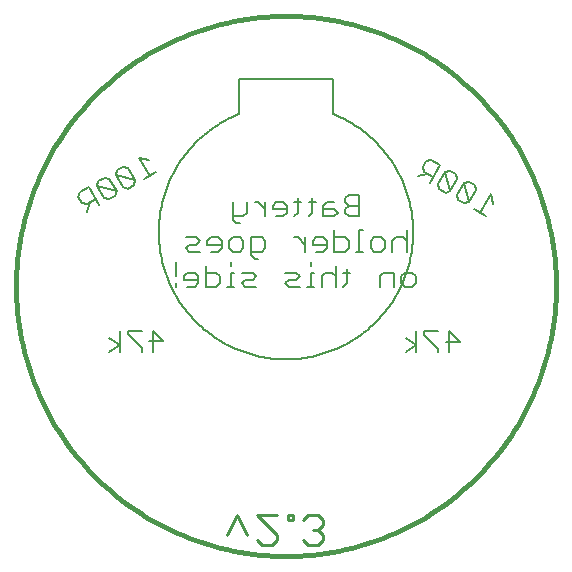
<source format=gbo>
G75*
%MOIN*%
%OFA0B0*%
%FSLAX25Y25*%
%IPPOS*%
%LPD*%
%AMOC8*
5,1,8,0,0,1.08239X$1,22.5*
%
%ADD10C,0.00800*%
%ADD11C,0.01600*%
%ADD12C,0.01100*%
D10*
X0035406Y0072358D02*
X0038946Y0074718D01*
X0035406Y0077078D01*
X0038946Y0079438D02*
X0038946Y0072358D01*
X0041476Y0078258D02*
X0046196Y0073538D01*
X0046196Y0072358D01*
X0049906Y0072358D02*
X0049906Y0079438D01*
X0053446Y0075898D01*
X0048726Y0075898D01*
X0046196Y0079438D02*
X0041476Y0079438D01*
X0041476Y0078258D01*
X0057740Y0093986D02*
X0057740Y0095166D01*
X0057740Y0097526D02*
X0057740Y0102246D01*
X0061450Y0098706D02*
X0060270Y0097526D01*
X0060270Y0096346D01*
X0064990Y0096346D01*
X0064990Y0097526D02*
X0063810Y0098706D01*
X0061450Y0098706D01*
X0064990Y0097526D02*
X0064990Y0095166D01*
X0063810Y0093986D01*
X0061450Y0093986D01*
X0067521Y0093986D02*
X0071061Y0093986D01*
X0072241Y0095166D01*
X0072241Y0097526D01*
X0071061Y0098706D01*
X0067521Y0098706D01*
X0067521Y0101066D02*
X0067521Y0093986D01*
X0074714Y0093986D02*
X0077074Y0093986D01*
X0075894Y0093986D02*
X0075894Y0098706D01*
X0077074Y0098706D01*
X0075894Y0101066D02*
X0075894Y0102246D01*
X0076555Y0105797D02*
X0075375Y0106977D01*
X0075375Y0109337D01*
X0076555Y0110517D01*
X0078915Y0110517D01*
X0080095Y0109337D01*
X0080095Y0106977D01*
X0078915Y0105797D01*
X0076555Y0105797D01*
X0072845Y0106977D02*
X0072845Y0109337D01*
X0071665Y0110517D01*
X0069305Y0110517D01*
X0068125Y0109337D01*
X0068125Y0108157D01*
X0072845Y0108157D01*
X0072845Y0106977D02*
X0071665Y0105797D01*
X0069305Y0105797D01*
X0065595Y0105797D02*
X0062055Y0105797D01*
X0060875Y0106977D01*
X0062055Y0108157D01*
X0064415Y0108157D01*
X0065595Y0109337D01*
X0064415Y0110517D01*
X0060875Y0110517D01*
X0076584Y0116428D02*
X0077764Y0115248D01*
X0078944Y0115248D01*
X0080124Y0117608D02*
X0076584Y0117608D01*
X0076584Y0116428D02*
X0076584Y0122328D01*
X0081304Y0118788D02*
X0080124Y0117608D01*
X0081304Y0118788D02*
X0081304Y0122328D01*
X0083805Y0122328D02*
X0084985Y0122328D01*
X0087345Y0119968D01*
X0087345Y0117608D02*
X0087345Y0122328D01*
X0089876Y0121148D02*
X0089876Y0119968D01*
X0094596Y0119968D01*
X0094596Y0121148D02*
X0093416Y0122328D01*
X0091056Y0122328D01*
X0089876Y0121148D01*
X0091056Y0117608D02*
X0093416Y0117608D01*
X0094596Y0118788D01*
X0094596Y0121148D01*
X0097069Y0122328D02*
X0099429Y0122328D01*
X0098249Y0123508D02*
X0098249Y0118788D01*
X0097069Y0117608D01*
X0101903Y0117608D02*
X0103083Y0118788D01*
X0103083Y0123508D01*
X0104263Y0122328D02*
X0101903Y0122328D01*
X0106793Y0121148D02*
X0106793Y0117608D01*
X0110333Y0117608D01*
X0111513Y0118788D01*
X0110333Y0119968D01*
X0106793Y0119968D01*
X0106793Y0121148D02*
X0107973Y0122328D01*
X0110333Y0122328D01*
X0114043Y0122328D02*
X0115223Y0121148D01*
X0118763Y0121148D01*
X0115223Y0121148D02*
X0114043Y0119968D01*
X0114043Y0118788D01*
X0115223Y0117608D01*
X0118763Y0117608D01*
X0118763Y0124688D01*
X0115223Y0124688D01*
X0114043Y0123508D01*
X0114043Y0122328D01*
X0110418Y0112877D02*
X0110418Y0105797D01*
X0113958Y0105797D01*
X0115138Y0106977D01*
X0115138Y0109337D01*
X0113958Y0110517D01*
X0110418Y0110517D01*
X0107888Y0109337D02*
X0106708Y0110517D01*
X0104348Y0110517D01*
X0103168Y0109337D01*
X0103168Y0108157D01*
X0107888Y0108157D01*
X0107888Y0106977D02*
X0107888Y0109337D01*
X0107888Y0106977D02*
X0106708Y0105797D01*
X0104348Y0105797D01*
X0100638Y0105797D02*
X0100638Y0110517D01*
X0100638Y0108157D02*
X0098278Y0110517D01*
X0097098Y0110517D01*
X0110056Y0151637D02*
X0111018Y0151239D01*
X0111969Y0150817D01*
X0112910Y0150372D01*
X0113839Y0149904D01*
X0114757Y0149413D01*
X0115662Y0148900D01*
X0116555Y0148365D01*
X0117434Y0147809D01*
X0118299Y0147230D01*
X0119150Y0146631D01*
X0119986Y0146011D01*
X0120806Y0145371D01*
X0121611Y0144710D01*
X0122399Y0144031D01*
X0123170Y0143332D01*
X0123923Y0142614D01*
X0124659Y0141878D01*
X0125377Y0141124D01*
X0126075Y0140353D01*
X0126755Y0139565D01*
X0127415Y0138761D01*
X0128056Y0137940D01*
X0128675Y0137104D01*
X0129275Y0136254D01*
X0129853Y0135388D01*
X0130409Y0134509D01*
X0130944Y0133616D01*
X0131457Y0132711D01*
X0131948Y0131793D01*
X0132416Y0130863D01*
X0132860Y0129923D01*
X0133282Y0128971D01*
X0133680Y0128010D01*
X0134055Y0127039D01*
X0134405Y0126059D01*
X0134732Y0125071D01*
X0135034Y0124075D01*
X0135311Y0123072D01*
X0135564Y0122062D01*
X0135792Y0121047D01*
X0135995Y0120026D01*
X0136173Y0119001D01*
X0136326Y0117972D01*
X0136453Y0116939D01*
X0136555Y0115903D01*
X0136631Y0114865D01*
X0136682Y0113826D01*
X0136708Y0112785D01*
X0136708Y0111745D01*
X0136682Y0110704D01*
X0136631Y0109665D01*
X0136554Y0108627D01*
X0136452Y0107591D01*
X0136325Y0106559D01*
X0136172Y0105529D01*
X0135994Y0104504D01*
X0135791Y0103483D01*
X0135563Y0102468D01*
X0135310Y0101458D01*
X0135033Y0100455D01*
X0134731Y0099460D01*
X0134404Y0098471D01*
X0134053Y0097492D01*
X0133679Y0096521D01*
X0133281Y0095559D01*
X0132859Y0094608D01*
X0132414Y0093667D01*
X0131946Y0092738D01*
X0131455Y0091820D01*
X0130942Y0090914D01*
X0130407Y0090022D01*
X0129851Y0089143D01*
X0129272Y0088277D01*
X0128673Y0087426D01*
X0128053Y0086591D01*
X0127413Y0085770D01*
X0126753Y0084966D01*
X0126073Y0084178D01*
X0125374Y0083407D01*
X0124656Y0082653D01*
X0123921Y0081917D01*
X0123167Y0081200D01*
X0122396Y0080501D01*
X0121608Y0079821D01*
X0120803Y0079161D01*
X0119983Y0078521D01*
X0119147Y0077901D01*
X0118296Y0077302D01*
X0117431Y0076723D01*
X0116552Y0076167D01*
X0115659Y0075632D01*
X0114754Y0075119D01*
X0113836Y0074628D01*
X0112906Y0074160D01*
X0111965Y0073715D01*
X0111014Y0073294D01*
X0110053Y0072895D01*
X0109082Y0072521D01*
X0108102Y0072170D01*
X0107114Y0071844D01*
X0106118Y0071542D01*
X0105115Y0071264D01*
X0104105Y0071011D01*
X0103090Y0070783D01*
X0102069Y0070580D01*
X0101044Y0070402D01*
X0100014Y0070250D01*
X0098982Y0070122D01*
X0097946Y0070020D01*
X0096908Y0069944D01*
X0095869Y0069893D01*
X0094828Y0069867D01*
X0093788Y0069867D01*
X0092747Y0069893D01*
X0091708Y0069944D01*
X0090670Y0070020D01*
X0089634Y0070122D01*
X0088602Y0070250D01*
X0087572Y0070402D01*
X0086547Y0070580D01*
X0085526Y0070783D01*
X0084511Y0071011D01*
X0083501Y0071264D01*
X0082498Y0071542D01*
X0081502Y0071844D01*
X0080514Y0072170D01*
X0079534Y0072521D01*
X0078563Y0072895D01*
X0077602Y0073294D01*
X0076651Y0073715D01*
X0075710Y0074160D01*
X0074780Y0074628D01*
X0073862Y0075119D01*
X0072957Y0075632D01*
X0072064Y0076167D01*
X0071185Y0076723D01*
X0070320Y0077302D01*
X0069469Y0077901D01*
X0068633Y0078521D01*
X0067813Y0079161D01*
X0067008Y0079821D01*
X0066220Y0080501D01*
X0065449Y0081200D01*
X0064695Y0081917D01*
X0063960Y0082653D01*
X0063242Y0083407D01*
X0062543Y0084178D01*
X0061863Y0084966D01*
X0061203Y0085770D01*
X0060563Y0086591D01*
X0059943Y0087426D01*
X0059344Y0088277D01*
X0058765Y0089143D01*
X0058209Y0090022D01*
X0057674Y0090914D01*
X0057161Y0091820D01*
X0056670Y0092738D01*
X0056202Y0093667D01*
X0055757Y0094608D01*
X0055335Y0095559D01*
X0054937Y0096521D01*
X0054563Y0097492D01*
X0054212Y0098471D01*
X0053885Y0099460D01*
X0053583Y0100455D01*
X0053306Y0101458D01*
X0053053Y0102468D01*
X0052825Y0103483D01*
X0052622Y0104504D01*
X0052444Y0105529D01*
X0052291Y0106559D01*
X0052164Y0107591D01*
X0052062Y0108627D01*
X0051985Y0109665D01*
X0051934Y0110704D01*
X0051908Y0111745D01*
X0051908Y0112785D01*
X0051934Y0113826D01*
X0051985Y0114865D01*
X0052061Y0115903D01*
X0052163Y0116939D01*
X0052290Y0117972D01*
X0052443Y0119001D01*
X0052621Y0120026D01*
X0052824Y0121047D01*
X0053052Y0122062D01*
X0053305Y0123072D01*
X0053582Y0124075D01*
X0053884Y0125071D01*
X0054211Y0126059D01*
X0054561Y0127039D01*
X0054936Y0128010D01*
X0055334Y0128971D01*
X0055756Y0129923D01*
X0056200Y0130863D01*
X0056668Y0131793D01*
X0057159Y0132711D01*
X0057672Y0133616D01*
X0058207Y0134509D01*
X0058763Y0135388D01*
X0059341Y0136254D01*
X0059941Y0137104D01*
X0060560Y0137940D01*
X0061201Y0138761D01*
X0061861Y0139565D01*
X0062541Y0140353D01*
X0063239Y0141124D01*
X0063957Y0141878D01*
X0064693Y0142614D01*
X0065446Y0143332D01*
X0066217Y0144031D01*
X0067005Y0144710D01*
X0067810Y0145371D01*
X0068630Y0146011D01*
X0069466Y0146631D01*
X0070317Y0147230D01*
X0071182Y0147809D01*
X0072061Y0148365D01*
X0072954Y0148900D01*
X0073859Y0149413D01*
X0074777Y0149904D01*
X0075706Y0150372D01*
X0076647Y0150817D01*
X0077598Y0151239D01*
X0078560Y0151637D01*
X0078560Y0163448D01*
X0110056Y0163448D01*
X0110056Y0151637D01*
X0138133Y0130854D02*
X0141357Y0131718D01*
X0140335Y0132308D02*
X0143400Y0130538D01*
X0142220Y0128494D02*
X0145760Y0134625D01*
X0142695Y0136395D01*
X0141083Y0135963D01*
X0139903Y0133919D01*
X0140335Y0132308D01*
X0145002Y0128251D02*
X0145434Y0126639D01*
X0147477Y0125459D01*
X0149089Y0125891D01*
X0147362Y0132338D01*
X0145002Y0128251D01*
X0147362Y0132338D02*
X0148974Y0132770D01*
X0151017Y0131590D01*
X0151449Y0129978D01*
X0149089Y0125891D01*
X0151281Y0124625D02*
X0151712Y0123013D01*
X0153756Y0121833D01*
X0155368Y0122265D01*
X0153641Y0128713D01*
X0151281Y0124625D01*
X0155368Y0122265D02*
X0157728Y0126353D01*
X0157296Y0127965D01*
X0155253Y0129145D01*
X0153641Y0128713D01*
X0156969Y0119978D02*
X0161057Y0117618D01*
X0159013Y0118798D02*
X0162553Y0124930D01*
X0163417Y0121706D01*
X0137493Y0097526D02*
X0137493Y0095166D01*
X0136313Y0093986D01*
X0133953Y0093986D01*
X0132773Y0095166D01*
X0132773Y0097526D01*
X0133953Y0098706D01*
X0136313Y0098706D01*
X0137493Y0097526D01*
X0130243Y0098706D02*
X0130243Y0093986D01*
X0130243Y0098706D02*
X0126703Y0098706D01*
X0125523Y0097526D01*
X0125523Y0093986D01*
X0115742Y0098706D02*
X0113382Y0098706D01*
X0114562Y0099886D02*
X0114562Y0095166D01*
X0113382Y0093986D01*
X0110909Y0093986D02*
X0110909Y0101066D01*
X0109729Y0098706D02*
X0107369Y0098706D01*
X0106189Y0097526D01*
X0106189Y0093986D01*
X0103659Y0093986D02*
X0101299Y0093986D01*
X0102479Y0093986D02*
X0102479Y0098706D01*
X0103659Y0098706D01*
X0102479Y0101066D02*
X0102479Y0102246D01*
X0098825Y0097526D02*
X0097645Y0096346D01*
X0095285Y0096346D01*
X0094105Y0095166D01*
X0095285Y0093986D01*
X0098825Y0093986D01*
X0098825Y0097526D02*
X0097645Y0098706D01*
X0094105Y0098706D01*
X0084985Y0103437D02*
X0083805Y0103437D01*
X0082625Y0104617D01*
X0082625Y0110517D01*
X0086166Y0110517D01*
X0087346Y0109337D01*
X0087346Y0106977D01*
X0086166Y0105797D01*
X0082625Y0105797D01*
X0083145Y0098706D02*
X0079605Y0098706D01*
X0080785Y0096346D02*
X0083145Y0096346D01*
X0084325Y0097526D01*
X0083145Y0098706D01*
X0080785Y0096346D02*
X0079605Y0095166D01*
X0080785Y0093986D01*
X0084325Y0093986D01*
X0109729Y0098706D02*
X0110909Y0097526D01*
X0117612Y0105797D02*
X0119972Y0105797D01*
X0118792Y0105797D02*
X0118792Y0112877D01*
X0119972Y0112877D01*
X0122502Y0109337D02*
X0123682Y0110517D01*
X0126042Y0110517D01*
X0127222Y0109337D01*
X0127222Y0106977D01*
X0126042Y0105797D01*
X0123682Y0105797D01*
X0122502Y0106977D01*
X0122502Y0109337D01*
X0129752Y0109337D02*
X0129752Y0105797D01*
X0129752Y0109337D02*
X0130932Y0110517D01*
X0133292Y0110517D01*
X0134472Y0109337D01*
X0134472Y0112877D02*
X0134472Y0105797D01*
X0137731Y0079333D02*
X0137731Y0072253D01*
X0137731Y0074613D02*
X0134191Y0076973D01*
X0137731Y0074613D02*
X0134191Y0072253D01*
X0140261Y0078153D02*
X0144981Y0073433D01*
X0144981Y0072253D01*
X0148691Y0072253D02*
X0148691Y0079333D01*
X0152231Y0075793D01*
X0147511Y0075793D01*
X0144981Y0079333D02*
X0140261Y0079333D01*
X0140261Y0078153D01*
X0050946Y0132189D02*
X0046859Y0129829D01*
X0048903Y0131009D02*
X0045362Y0137140D01*
X0048586Y0136276D01*
X0041717Y0133673D02*
X0040105Y0134105D01*
X0038062Y0132925D01*
X0037630Y0131313D01*
X0044077Y0129585D01*
X0043646Y0127973D01*
X0041602Y0126793D01*
X0039990Y0127225D01*
X0037630Y0131313D01*
X0035438Y0130048D02*
X0033827Y0130480D01*
X0031783Y0129300D01*
X0031351Y0127688D01*
X0037799Y0125960D01*
X0037367Y0124348D01*
X0035323Y0123168D01*
X0033711Y0123600D01*
X0031351Y0127688D01*
X0028570Y0127445D02*
X0025504Y0125675D01*
X0025072Y0124063D01*
X0026252Y0122019D01*
X0027864Y0121587D01*
X0030930Y0123357D01*
X0032110Y0121313D02*
X0028570Y0127445D01*
X0028886Y0122177D02*
X0028022Y0118953D01*
X0037799Y0125960D02*
X0035438Y0130048D01*
X0041717Y0133673D02*
X0044077Y0129585D01*
D11*
X0004308Y0094334D02*
X0004335Y0096543D01*
X0004416Y0098750D01*
X0004552Y0100955D01*
X0004741Y0103156D01*
X0004985Y0105351D01*
X0005282Y0107540D01*
X0005633Y0109721D01*
X0006037Y0111892D01*
X0006495Y0114053D01*
X0007005Y0116202D01*
X0007568Y0118338D01*
X0008183Y0120460D01*
X0008850Y0122565D01*
X0009569Y0124654D01*
X0010339Y0126725D01*
X0011159Y0128776D01*
X0012029Y0130806D01*
X0012949Y0132814D01*
X0013918Y0134799D01*
X0014935Y0136760D01*
X0016000Y0138695D01*
X0017112Y0140603D01*
X0018271Y0142484D01*
X0019476Y0144335D01*
X0020725Y0146157D01*
X0022019Y0147947D01*
X0023357Y0149705D01*
X0024737Y0151429D01*
X0026159Y0153120D01*
X0027622Y0154774D01*
X0029126Y0156393D01*
X0030668Y0157974D01*
X0032249Y0159516D01*
X0033868Y0161020D01*
X0035522Y0162483D01*
X0037213Y0163905D01*
X0038937Y0165285D01*
X0040695Y0166623D01*
X0042485Y0167917D01*
X0044307Y0169166D01*
X0046158Y0170371D01*
X0048039Y0171530D01*
X0049947Y0172642D01*
X0051882Y0173707D01*
X0053843Y0174724D01*
X0055828Y0175693D01*
X0057836Y0176613D01*
X0059866Y0177483D01*
X0061917Y0178303D01*
X0063988Y0179073D01*
X0066077Y0179792D01*
X0068182Y0180459D01*
X0070304Y0181074D01*
X0072440Y0181637D01*
X0074589Y0182147D01*
X0076750Y0182605D01*
X0078921Y0183009D01*
X0081102Y0183360D01*
X0083291Y0183657D01*
X0085486Y0183901D01*
X0087687Y0184090D01*
X0089892Y0184226D01*
X0092099Y0184307D01*
X0094308Y0184334D01*
X0096517Y0184307D01*
X0098724Y0184226D01*
X0100929Y0184090D01*
X0103130Y0183901D01*
X0105325Y0183657D01*
X0107514Y0183360D01*
X0109695Y0183009D01*
X0111866Y0182605D01*
X0114027Y0182147D01*
X0116176Y0181637D01*
X0118312Y0181074D01*
X0120434Y0180459D01*
X0122539Y0179792D01*
X0124628Y0179073D01*
X0126699Y0178303D01*
X0128750Y0177483D01*
X0130780Y0176613D01*
X0132788Y0175693D01*
X0134773Y0174724D01*
X0136734Y0173707D01*
X0138669Y0172642D01*
X0140577Y0171530D01*
X0142458Y0170371D01*
X0144309Y0169166D01*
X0146131Y0167917D01*
X0147921Y0166623D01*
X0149679Y0165285D01*
X0151403Y0163905D01*
X0153094Y0162483D01*
X0154748Y0161020D01*
X0156367Y0159516D01*
X0157948Y0157974D01*
X0159490Y0156393D01*
X0160994Y0154774D01*
X0162457Y0153120D01*
X0163879Y0151429D01*
X0165259Y0149705D01*
X0166597Y0147947D01*
X0167891Y0146157D01*
X0169140Y0144335D01*
X0170345Y0142484D01*
X0171504Y0140603D01*
X0172616Y0138695D01*
X0173681Y0136760D01*
X0174698Y0134799D01*
X0175667Y0132814D01*
X0176587Y0130806D01*
X0177457Y0128776D01*
X0178277Y0126725D01*
X0179047Y0124654D01*
X0179766Y0122565D01*
X0180433Y0120460D01*
X0181048Y0118338D01*
X0181611Y0116202D01*
X0182121Y0114053D01*
X0182579Y0111892D01*
X0182983Y0109721D01*
X0183334Y0107540D01*
X0183631Y0105351D01*
X0183875Y0103156D01*
X0184064Y0100955D01*
X0184200Y0098750D01*
X0184281Y0096543D01*
X0184308Y0094334D01*
X0184281Y0092125D01*
X0184200Y0089918D01*
X0184064Y0087713D01*
X0183875Y0085512D01*
X0183631Y0083317D01*
X0183334Y0081128D01*
X0182983Y0078947D01*
X0182579Y0076776D01*
X0182121Y0074615D01*
X0181611Y0072466D01*
X0181048Y0070330D01*
X0180433Y0068208D01*
X0179766Y0066103D01*
X0179047Y0064014D01*
X0178277Y0061943D01*
X0177457Y0059892D01*
X0176587Y0057862D01*
X0175667Y0055854D01*
X0174698Y0053869D01*
X0173681Y0051908D01*
X0172616Y0049973D01*
X0171504Y0048065D01*
X0170345Y0046184D01*
X0169140Y0044333D01*
X0167891Y0042511D01*
X0166597Y0040721D01*
X0165259Y0038963D01*
X0163879Y0037239D01*
X0162457Y0035548D01*
X0160994Y0033894D01*
X0159490Y0032275D01*
X0157948Y0030694D01*
X0156367Y0029152D01*
X0154748Y0027648D01*
X0153094Y0026185D01*
X0151403Y0024763D01*
X0149679Y0023383D01*
X0147921Y0022045D01*
X0146131Y0020751D01*
X0144309Y0019502D01*
X0142458Y0018297D01*
X0140577Y0017138D01*
X0138669Y0016026D01*
X0136734Y0014961D01*
X0134773Y0013944D01*
X0132788Y0012975D01*
X0130780Y0012055D01*
X0128750Y0011185D01*
X0126699Y0010365D01*
X0124628Y0009595D01*
X0122539Y0008876D01*
X0120434Y0008209D01*
X0118312Y0007594D01*
X0116176Y0007031D01*
X0114027Y0006521D01*
X0111866Y0006063D01*
X0109695Y0005659D01*
X0107514Y0005308D01*
X0105325Y0005011D01*
X0103130Y0004767D01*
X0100929Y0004578D01*
X0098724Y0004442D01*
X0096517Y0004361D01*
X0094308Y0004334D01*
X0092099Y0004361D01*
X0089892Y0004442D01*
X0087687Y0004578D01*
X0085486Y0004767D01*
X0083291Y0005011D01*
X0081102Y0005308D01*
X0078921Y0005659D01*
X0076750Y0006063D01*
X0074589Y0006521D01*
X0072440Y0007031D01*
X0070304Y0007594D01*
X0068182Y0008209D01*
X0066077Y0008876D01*
X0063988Y0009595D01*
X0061917Y0010365D01*
X0059866Y0011185D01*
X0057836Y0012055D01*
X0055828Y0012975D01*
X0053843Y0013944D01*
X0051882Y0014961D01*
X0049947Y0016026D01*
X0048039Y0017138D01*
X0046158Y0018297D01*
X0044307Y0019502D01*
X0042485Y0020751D01*
X0040695Y0022045D01*
X0038937Y0023383D01*
X0037213Y0024763D01*
X0035522Y0026185D01*
X0033868Y0027648D01*
X0032249Y0029152D01*
X0030668Y0030694D01*
X0029126Y0032275D01*
X0027622Y0033894D01*
X0026159Y0035548D01*
X0024737Y0037239D01*
X0023357Y0038963D01*
X0022019Y0040721D01*
X0020725Y0042511D01*
X0019476Y0044333D01*
X0018271Y0046184D01*
X0017112Y0048065D01*
X0016000Y0049973D01*
X0014935Y0051908D01*
X0013918Y0053869D01*
X0012949Y0055854D01*
X0012029Y0057862D01*
X0011159Y0059892D01*
X0010339Y0061943D01*
X0009569Y0064014D01*
X0008850Y0066103D01*
X0008183Y0068208D01*
X0007568Y0070330D01*
X0007005Y0072466D01*
X0006495Y0074615D01*
X0006037Y0076776D01*
X0005633Y0078947D01*
X0005282Y0081128D01*
X0004985Y0083317D01*
X0004741Y0085512D01*
X0004552Y0087713D01*
X0004416Y0089918D01*
X0004335Y0092125D01*
X0004308Y0094334D01*
D12*
X0077936Y0018034D02*
X0081239Y0011428D01*
X0084762Y0009777D02*
X0086413Y0008125D01*
X0089716Y0008125D01*
X0091367Y0009777D01*
X0091367Y0011428D01*
X0084762Y0018034D01*
X0091367Y0018034D01*
X0094890Y0018034D02*
X0094890Y0016382D01*
X0096542Y0016382D01*
X0096542Y0018034D01*
X0094890Y0018034D01*
X0099955Y0016382D02*
X0101606Y0018034D01*
X0104909Y0018034D01*
X0106560Y0016382D01*
X0106560Y0014731D01*
X0104909Y0013080D01*
X0103258Y0013080D01*
X0104909Y0013080D02*
X0106560Y0011428D01*
X0106560Y0009777D01*
X0104909Y0008125D01*
X0101606Y0008125D01*
X0099955Y0009777D01*
X0077936Y0018034D02*
X0074633Y0011428D01*
M02*

</source>
